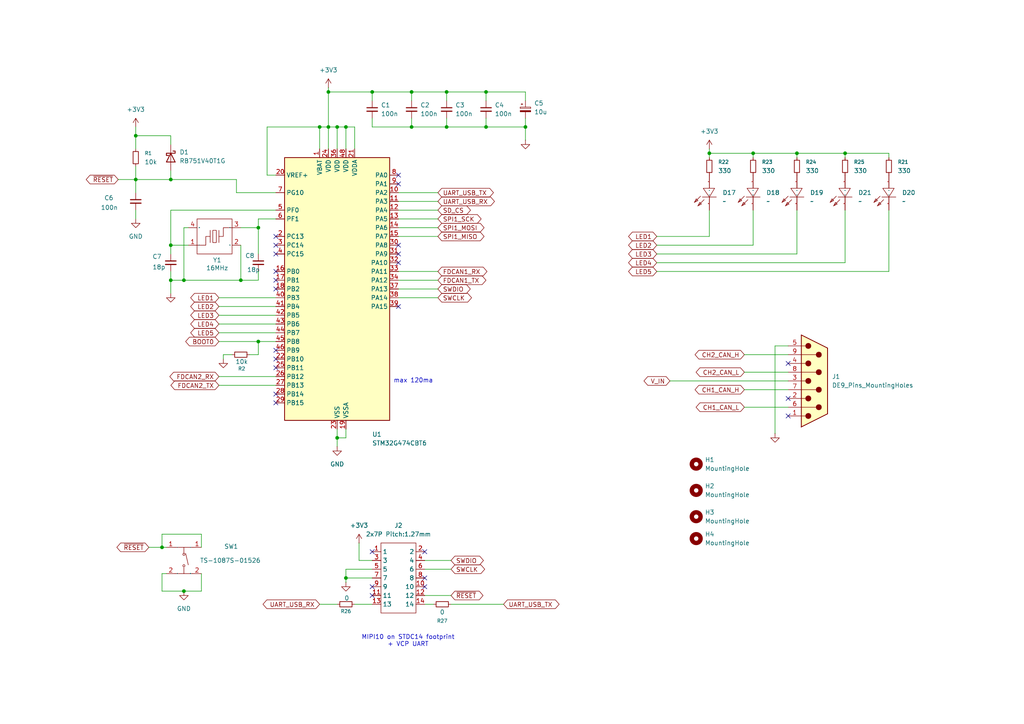
<source format=kicad_sch>
(kicad_sch (version 20250114) (generator "eeschema") (generator_version "9.0")
  (paper "A4")
  (title_block (title "2CH CAN  Logger") (rev "1.0"))
  (lib_symbols
    (symbol "Connector:DE9_Pins" (pin_names (offset 1.016) (hide yes))
      (property "Reference" "J" (at 0 13.97 0))
      (property "Value" "DE9_Pins" (at 0 -14.605 0))
      (symbol "DE9_Pins_0_1"
        (polyline (pts (xy -3.81 10.16) (xy -2.54 10.16)))
        (polyline (pts (xy -3.81 7.62) (xy 0.508 7.62)))
        (polyline (pts (xy -3.81 5.08) (xy -2.54 5.08)))
        (polyline (pts (xy -3.81 2.54) (xy 0.508 2.54)))
        (polyline (pts (xy -3.81 0) (xy -2.54 0)))
        (polyline (pts (xy -3.81 -2.54) (xy 0.508 -2.54)))
        (polyline (pts (xy -3.81 -5.08) (xy -2.54 -5.08)))
        (polyline (pts (xy -3.81 -7.62) (xy 0.508 -7.62)))
        (polyline (pts (xy -3.81 -10.16) (xy -2.54 -10.16)))
        (polyline (pts (xy -3.81 -13.335) (xy -3.81 13.335) (xy 3.81 9.525) (xy 3.81 -9.525) (xy -3.81 -13.335)) (stroke (width 0.254)) (fill (type background)))
        (circle (center -1.778 10.16) (radius 0.762) (fill (type outline)))
        (circle (center -1.778 5.08) (radius 0.762) (fill (type outline)))
        (circle (center -1.778 0) (radius 0.762) (fill (type outline)))
        (circle (center -1.778 -5.08) (radius 0.762) (fill (type outline)))
        (circle (center -1.778 -10.16) (radius 0.762) (fill (type outline)))
        (circle (center 1.27 7.62) (radius 0.762) (fill (type outline)))
        (circle (center 1.27 2.54) (radius 0.762) (fill (type outline)))
        (circle (center 1.27 -2.54) (radius 0.762) (fill (type outline)))
        (circle (center 1.27 -7.62) (radius 0.762) (fill (type outline)))
      )
      (symbol "DE9_Pins_1_1"
        (pin passive line (at -7.62 10.16 0) (length 3.81) (name "5") (number "5"))
        (pin passive line (at -7.62 7.62 0) (length 3.81) (name "9") (number "9"))
        (pin passive line (at -7.62 5.08 0) (length 3.81) (name "4") (number "4"))
        (pin passive line (at -7.62 2.54 0) (length 3.81) (name "8") (number "8"))
        (pin passive line (at -7.62 0 0) (length 3.81) (name "3") (number "3"))
        (pin passive line (at -7.62 -2.54 0) (length 3.81) (name "7") (number "7"))
        (pin passive line (at -7.62 -5.08 0) (length 3.81) (name "2") (number "2"))
        (pin passive line (at -7.62 -7.62 0) (length 3.81) (name "6") (number "6"))
        (pin passive line (at -7.62 -10.16 0) (length 3.81) (name "1") (number "1"))
      )
    )
    (symbol "Device:C_Polarized_Small" (pin_numbers (hide yes)) (pin_names (offset 0.254) (hide yes))
      (property "Reference" "C" (at 0.254 1.778 0))
      (property "Value" "C_Polarized_Small" (at 0.254 -2.032 0))
      (symbol "C_Polarized_Small_0_1"
        (rectangle (start -1.524 0.6858) (end 1.524 0.3048))
        (rectangle (start -1.524 -0.3048) (end 1.524 -0.6858) (fill (type outline)))
        (polyline (pts (xy -1.27 1.524) (xy -0.762 1.524)))
        (polyline (pts (xy -1.016 1.27) (xy -1.016 1.778)))
      )
      (symbol "C_Polarized_Small_1_1"
        (pin passive line (at 0 2.54 270) (length 1.8542) (name "~") (number "1"))
        (pin passive line (at 0 -2.54 90) (length 1.8542) (name "~") (number "2"))
      )
    )
    (symbol "Device:C_Small" (pin_numbers (hide yes)) (pin_names (offset 0.254) (hide yes))
      (property "Reference" "C" (at 0.254 1.778 0))
      (property "Value" "C_Small" (at 0.254 -2.032 0))
      (symbol "C_Small_0_1"
        (polyline (pts (xy -1.524 0.508) (xy 1.524 0.508)) (stroke (width 0.3048)))
        (polyline (pts (xy -1.524 -0.508) (xy 1.524 -0.508)) (stroke (width 0.3302)))
      )
      (symbol "C_Small_1_1"
        (pin passive line (at 0 2.54 270) (length 2.032) (name "~") (number "1"))
        (pin passive line (at 0 -2.54 90) (length 2.032) (name "~") (number "2"))
      )
    )
    (symbol "Device:D_Schottky" (pin_numbers (hide yes)) (pin_names (offset 1.016) (hide yes))
      (property "Reference" "D" (at 0 2.54 0))
      (property "Value" "D_Schottky" (at 0 -2.54 0))
      (symbol "D_Schottky_0_1"
        (polyline (pts (xy -1.905 0.635) (xy -1.905 1.27) (xy -1.27 1.27) (xy -1.27 -1.27) (xy -0.635 -1.27) (xy -0.635 -0.635)) (stroke (width 0.254)))
        (polyline (pts (xy 1.27 1.27) (xy 1.27 -1.27) (xy -1.27 0) (xy 1.27 1.27)) (stroke (width 0.254)))
        (polyline (pts (xy 1.27 0) (xy -1.27 0)))
      )
      (symbol "D_Schottky_1_1"
        (pin passive line (at -3.81 0 0) (length 2.54) (name "K") (number "1"))
        (pin passive line (at 3.81 0 180) (length 2.54) (name "A") (number "2"))
      )
    )
    (symbol "Device:R_Small" (pin_numbers (hide yes)) (pin_names (offset 0.254) (hide yes))
      (property "Reference" "R" (at 0 0 90))
      (property "Value" "R_Small" (at 1.778 0 90))
      (symbol "R_Small_0_1"
        (rectangle (start -0.762 1.778) (end 0.762 -1.778) (stroke (width 0.2032)))
      )
      (symbol "R_Small_1_1"
        (pin passive line (at 0 2.54 270) (length 0.762) (name "~") (number "1"))
        (pin passive line (at 0 -2.54 90) (length 0.762) (name "~") (number "2"))
      )
    )
    (symbol "EasyEDA_Lib:CF4016M00009001"
      (property "Reference" "CRYSTAL" (at 0 0 0))
      (symbol "CF4016M00009001_1_0"
        (rectangle (start -5.08 5.08) (end 5.08 -5.08))
        (polyline (pts (xy -5.08 -2.54) (xy -2.54 -2.54) (xy -2.54 -2.54) (xy -2.54 0) (xy -2.54 0) (xy -1.27 0)))
        (polyline (pts (xy -1.27 -1.778) (xy -1.27 1.778)))
        (rectangle (start -0.508 1.778) (end 0.508 -1.778))
        (polyline (pts (xy 1.27 -1.778) (xy 1.27 1.778)))
        (polyline (pts (xy 5.08 2.54) (xy 2.54 2.54) (xy 2.54 2.54) (xy 2.54 0) (xy 2.54 0) (xy 1.27 0)))
        (pin input line (at -7.62 2.54 0) (length 2.54) (name "GND") (number "4"))
        (pin input line (at -7.62 -2.54 0) (length 2.54) (name "1") (number "1"))
        (pin input line (at 7.62 2.54 180) (length 2.54) (name "3") (number "3"))
        (pin input line (at 7.62 -2.54 180) (length 2.54) (name "GND") (number "2"))
      )
    )
    (symbol "EasyEDA_Lib:HX PZ1.27-2X7P TP"
      (property "Reference" "H" (at 0 0 0))
      (symbol "HX PZ1.27-2X7P TP_1_0"
        (rectangle (start -5.08 10.16) (end 5.08 -10.16))
        (pin unspecified line (at -7.62 7.62 0) (length 2.54) (name "1") (number "1"))
        (pin unspecified line (at -7.62 5.08 0) (length 2.54) (name "3") (number "3"))
        (pin unspecified line (at -7.62 2.54 0) (length 2.54) (name "5") (number "5"))
        (pin unspecified line (at -7.62 0 0) (length 2.54) (name "7") (number "7"))
        (pin unspecified line (at -7.62 -2.54 0) (length 2.54) (name "9") (number "9"))
        (pin unspecified line (at -7.62 -5.08 0) (length 2.54) (name "11") (number "11"))
        (pin unspecified line (at -7.62 -7.62 0) (length 2.54) (name "13") (number "13"))
        (pin unspecified line (at 7.62 7.62 180) (length 2.54) (name "2") (number "2"))
        (pin unspecified line (at 7.62 5.08 180) (length 2.54) (name "4") (number "4"))
        (pin unspecified line (at 7.62 2.54 180) (length 2.54) (name "6") (number "6"))
        (pin unspecified line (at 7.62 0 180) (length 2.54) (name "8") (number "8"))
        (pin unspecified line (at 7.62 -2.54 180) (length 2.54) (name "10") (number "10"))
        (pin unspecified line (at 7.62 -5.08 180) (length 2.54) (name "12") (number "12"))
        (pin unspecified line (at 7.62 -7.62 180) (length 2.54) (name "14") (number "14"))
      )
    )
    (symbol "EasyEDA_Lib:KT-0603R"
      (property "Reference" "LED" (at 0 0 0))
      (symbol "KT-0603R_1_0"
        (polyline (pts (xy -3.81 3.302) (xy -2.794 2.794) (xy -2.794 2.794) (xy -3.302 2.286) (xy -3.302 2.286) (xy -3.81 3.302)))
        (polyline (pts (xy -2.794 4.318) (xy -1.778 3.81) (xy -1.778 3.81) (xy -2.286 3.302) (xy -2.286 3.302) (xy -2.794 4.318)))
        (polyline (pts (xy -2.032 1.524) (xy -3.81 3.302)))
        (polyline (pts (xy -1.27 2.032) (xy -1.27 -2.032)))
        (polyline (pts (xy -1.016 2.54) (xy -2.794 4.318)))
        (polyline (pts (xy 1.27 -1.524) (xy -1.27 0) (xy -1.27 0) (xy 1.27 1.778) (xy 1.27 1.778) (xy 1.27 -1.524)))
        (pin unspecified line (at -5.08 0 0) (length 3.81) (name "K") (number "1"))
        (pin unspecified line (at 5.08 0 180) (length 3.81) (name "A") (number "2"))
      )
    )
    (symbol "EasyEDA_Lib:TS-1087S-01526"
      (property "Reference" "SW" (at 0 0 0))
      (symbol "TS-1087S-01526_1_0"
        (polyline (pts (xy -2.54 2.54) (xy 2.54 2.54)))
        (polyline (pts (xy -2.54 -5.08) (xy 2.54 -5.08)))
        (polyline (pts (xy 0 0.762) (xy 0 2.54)))
        (circle (center 0 0.508) (radius 0.3048))
        (circle (center 0 -2.794) (radius 0.3048))
        (polyline (pts (xy 0 -3.302) (xy 0 -5.08)))
        (polyline (pts (xy 0.508 0.762) (xy 1.27 -2.54)))
        (pin input line (at -5.08 2.54 0) (length 2.54) (name "1") (number "1"))
        (pin input line (at -5.08 -5.08 0) (length 2.54) (name "2") (number "2"))
        (pin input line (at 5.08 2.54 180) (length 2.54) (name "1") (number "1"))
        (pin input line (at 5.08 -5.08 180) (length 2.54) (name "2") (number "2"))
      )
    )
    (symbol "MCU_ST_STM32G4:STM32G474CETx"
      (property "Reference" "U" (at -15.24 39.37 0))
      (property "Value" "STM32G474CETx" (at 7.62 39.37 0))
      (symbol "STM32G474CETx_0_1"
        (rectangle (start -15.24 -38.1) (end 15.24 38.1) (stroke (width 0.254)) (fill (type background)))
      )
      (symbol "STM32G474CETx_1_1"
        (pin input line (at -17.78 33.02 0) (length 2.54) (name "VREF+") (number "20"))
        (pin bidirectional line (at -17.78 27.94 0) (length 2.54) (name "PG10") (number "7"))
        (pin bidirectional line (at -17.78 22.86 0) (length 2.54) (name "PF0") (number "5"))
        (pin bidirectional line (at -17.78 20.32 0) (length 2.54) (name "PF1") (number "6"))
        (pin bidirectional line (at -17.78 15.24 0) (length 2.54) (name "PC13") (number "2"))
        (pin bidirectional line (at -17.78 12.7 0) (length 2.54) (name "PC14") (number "3"))
        (pin bidirectional line (at -17.78 10.16 0) (length 2.54) (name "PC15") (number "4"))
        (pin bidirectional line (at -17.78 5.08 0) (length 2.54) (name "PB0") (number "16"))
        (pin bidirectional line (at -17.78 2.54 0) (length 2.54) (name "PB1") (number "17"))
        (pin bidirectional line (at -17.78 0 0) (length 2.54) (name "PB2") (number "18"))
        (pin bidirectional line (at -17.78 -2.54 0) (length 2.54) (name "PB3") (number "40"))
        (pin bidirectional line (at -17.78 -5.08 0) (length 2.54) (name "PB4") (number "41"))
        (pin bidirectional line (at -17.78 -7.62 0) (length 2.54) (name "PB5") (number "42"))
        (pin bidirectional line (at -17.78 -10.16 0) (length 2.54) (name "PB6") (number "43"))
        (pin bidirectional line (at -17.78 -12.7 0) (length 2.54) (name "PB7") (number "44"))
        (pin bidirectional line (at -17.78 -15.24 0) (length 2.54) (name "PB8") (number "45"))
        (pin bidirectional line (at -17.78 -17.78 0) (length 2.54) (name "PB9") (number "46"))
        (pin bidirectional line (at -17.78 -20.32 0) (length 2.54) (name "PB10") (number "22"))
        (pin bidirectional line (at -17.78 -22.86 0) (length 2.54) (name "PB11") (number "25"))
        (pin bidirectional line (at -17.78 -25.4 0) (length 2.54) (name "PB12") (number "26"))
        (pin bidirectional line (at -17.78 -27.94 0) (length 2.54) (name "PB13") (number "27"))
        (pin bidirectional line (at -17.78 -30.48 0) (length 2.54) (name "PB14") (number "28"))
        (pin bidirectional line (at -17.78 -33.02 0) (length 2.54) (name "PB15") (number "29"))
        (pin power_in line (at -5.08 40.64 270) (length 2.54) (name "VBAT") (number "1"))
        (pin power_in line (at -2.54 40.64 270) (length 2.54) (name "VDD") (number "24"))
        (pin power_in line (at 0 40.64 270) (length 2.54) (name "VDD") (number "36"))
        (pin power_in line (at 0 -40.64 90) (length 2.54) (name "VSS") (number "23"))
        (pin passive line (at 0 -40.64 90) (length 2.54) (hide yes) (name "VSS") (number "35"))
        (pin passive line (at 0 -40.64 90) (length 2.54) (hide yes) (name "VSS") (number "47"))
        (pin power_in line (at 2.54 40.64 270) (length 2.54) (name "VDD") (number "48"))
        (pin power_in line (at 2.54 -40.64 90) (length 2.54) (name "VSSA") (number "19"))
        (pin power_in line (at 5.08 40.64 270) (length 2.54) (name "VDDA") (number "21"))
        (pin bidirectional line (at 17.78 33.02 180) (length 2.54) (name "PA0") (number "8"))
        (pin bidirectional line (at 17.78 30.48 180) (length 2.54) (name "PA1") (number "9"))
        (pin bidirectional line (at 17.78 27.94 180) (length 2.54) (name "PA2") (number "10"))
        (pin bidirectional line (at 17.78 25.4 180) (length 2.54) (name "PA3") (number "11"))
        (pin bidirectional line (at 17.78 22.86 180) (length 2.54) (name "PA4") (number "12"))
        (pin bidirectional line (at 17.78 20.32 180) (length 2.54) (name "PA5") (number "13"))
        (pin bidirectional line (at 17.78 17.78 180) (length 2.54) (name "PA6") (number "14"))
        (pin bidirectional line (at 17.78 15.24 180) (length 2.54) (name "PA7") (number "15"))
        (pin bidirectional line (at 17.78 12.7 180) (length 2.54) (name "PA8") (number "30"))
        (pin bidirectional line (at 17.78 10.16 180) (length 2.54) (name "PA9") (number "31"))
        (pin bidirectional line (at 17.78 7.62 180) (length 2.54) (name "PA10") (number "32"))
        (pin bidirectional line (at 17.78 5.08 180) (length 2.54) (name "PA11") (number "33"))
        (pin bidirectional line (at 17.78 2.54 180) (length 2.54) (name "PA12") (number "34"))
        (pin bidirectional line (at 17.78 0 180) (length 2.54) (name "PA13") (number "37"))
        (pin bidirectional line (at 17.78 -2.54 180) (length 2.54) (name "PA14") (number "38"))
        (pin bidirectional line (at 17.78 -5.08 180) (length 2.54) (name "PA15") (number "39"))
      )
    )
    (symbol "Mechanical:MountingHole" (pin_names (offset 1.016)) (in_bom no)
      (property "Reference" "H" (at 0 5.08 0))
      (property "Value" "MountingHole" (at 0 3.175 0))
      (symbol "MountingHole_0_1"
        (circle (center 0 0) (radius 1.27) (stroke (width 1.27)))
      )
    )
    (symbol "power:+3V3" (power) (pin_numbers (hide yes)) (pin_names (offset 0) (hide yes))
      (property "Value" "+3V3" (at 0 3.556 0))
      (symbol "+3V3_0_1"
        (polyline (pts (xy -0.762 1.27) (xy 0 2.54)))
        (polyline (pts (xy 0 2.54) (xy 0.762 1.27)))
        (polyline (pts (xy 0 0) (xy 0 2.54)))
      )
      (symbol "+3V3_1_1"
        (pin power_in line (at 0 0 90) (length 0) (name "~") (number "1"))
      )
    )
    (symbol "power:GND" (power) (pin_numbers (hide yes)) (pin_names (offset 0) (hide yes))
      (property "Value" "GND" (at 0 -3.81 0))
      (symbol "GND_0_1"
        (polyline (pts (xy 0 0) (xy 0 -1.27) (xy 1.27 -1.27) (xy 0 -2.54) (xy -1.27 -1.27) (xy 0 -1.27)))
      )
      (symbol "GND_1_1"
        (pin power_in line (at 0 0 270) (length 0) (name "~") (number "1"))
      )
    )
  )
  (text "MIPI10 on STDC14 footprint\n+ VCP UART" (at 118.364 185.928 0) (effects (font (size 1.27 1.27))))
  (text "max 120ma" (at 119.888 110.49 0) (effects (font (size 1.27 1.27))))
  (junction (at 39.37 39.37))
  (junction (at 46.99 158.75))
  (junction (at 53.34 171.45))
  (junction (at 245.11 44.45))
  (junction (at 74.93 99.06))
  (junction (at 95.25 26.67))
  (junction (at 231.14 44.45))
  (junction (at 100.33 167.64))
  (junction (at 100.33 36.83))
  (junction (at 69.85 81.28))
  (junction (at 97.79 36.83))
  (junction (at 74.93 66.04))
  (junction (at 205.74 44.45))
  (junction (at 53.34 81.28))
  (junction (at 140.97 36.83))
  (junction (at 129.54 26.67))
  (junction (at 49.53 71.12))
  (junction (at 107.95 26.67))
  (junction (at 119.38 36.83))
  (junction (at 218.44 44.45))
  (junction (at 39.37 52.07))
  (junction (at 152.4 36.83))
  (junction (at 140.97 26.67))
  (junction (at 95.25 36.83))
  (junction (at 119.38 26.67))
  (junction (at 129.54 36.83))
  (junction (at 92.71 36.83))
  (junction (at 97.79 127))
  (junction (at 49.53 81.28))
  (junction (at 49.53 52.07))
  (no_connect (at 228.6 120.65))
  (no_connect (at 228.6 115.57))
  (no_connect (at 80.01 68.58))
  (no_connect (at 123.19 160.02))
  (no_connect (at 80.01 101.6))
  (no_connect (at 115.57 88.9))
  (no_connect (at 80.01 78.74))
  (no_connect (at 80.01 106.68))
  (no_connect (at 107.95 160.02))
  (no_connect (at 228.6 105.41))
  (no_connect (at 80.01 104.14))
  (no_connect (at 107.95 172.72))
  (no_connect (at 123.19 170.18))
  (no_connect (at 80.01 114.3))
  (no_connect (at 115.57 76.2))
  (no_connect (at 115.57 73.66))
  (no_connect (at 80.01 73.66))
  (no_connect (at 80.01 116.84))
  (no_connect (at 107.95 170.18))
  (no_connect (at 115.57 50.8))
  (no_connect (at 115.57 71.12))
  (no_connect (at 80.01 83.82))
  (no_connect (at 80.01 81.28))
  (no_connect (at 123.19 167.64))
  (no_connect (at 80.01 71.12))
  (no_connect (at 115.57 53.34))
  (wire (pts (xy 218.44 71.12) (xy 190.5 71.12)))
  (wire (pts (xy 53.34 66.04) (xy 53.34 81.28)))
  (wire (pts (xy 245.11 44.45) (xy 231.14 44.45)))
  (wire (pts (xy 231.14 73.66) (xy 190.5 73.66)))
  (wire (pts (xy 97.79 124.46) (xy 97.79 127)))
  (wire (pts (xy 68.58 55.88) (xy 80.01 55.88)))
  (wire (pts (xy 215.9 113.03) (xy 228.6 113.03)))
  (wire (pts (xy 100.33 124.46) (xy 100.33 127)))
  (wire (pts (xy 215.9 102.87) (xy 228.6 102.87)))
  (wire (pts (xy 115.57 58.42) (xy 127 58.42)))
  (wire (pts (xy 49.53 60.96) (xy 49.53 71.12)))
  (wire (pts (xy 218.44 44.45) (xy 205.74 44.45)))
  (wire (pts (xy 49.53 71.12) (xy 54.61 71.12)))
  (wire (pts (xy 74.93 99.06) (xy 80.01 99.06)))
  (wire (pts (xy 257.81 45.72) (xy 257.81 44.45)))
  (wire (pts (xy 129.54 34.29) (xy 129.54 36.83)))
  (wire (pts (xy 46.99 166.37) (xy 48.26 166.37)))
  (wire (pts (xy 257.81 60.96) (xy 257.81 78.74)))
  (wire (pts (xy 49.53 41.91) (xy 49.53 39.37)))
  (wire (pts (xy 77.47 50.8) (xy 77.47 36.83)))
  (wire (pts (xy 69.85 66.04) (xy 74.93 66.04)))
  (wire (pts (xy 49.53 49.53) (xy 49.53 52.07)))
  (wire (pts (xy 194.31 110.49) (xy 228.6 110.49)))
  (wire (pts (xy 39.37 39.37) (xy 49.53 39.37)))
  (wire (pts (xy 69.85 81.28) (xy 74.93 81.28)))
  (wire (pts (xy 257.81 44.45) (xy 245.11 44.45)))
  (wire (pts (xy 49.53 81.28) (xy 49.53 85.09)))
  (wire (pts (xy 102.87 36.83) (xy 102.87 43.18)))
  (wire (pts (xy 100.33 165.1) (xy 100.33 167.64)))
  (wire (pts (xy 63.5 111.76) (xy 80.01 111.76)))
  (wire (pts (xy 95.25 26.67) (xy 95.25 36.83)))
  (wire (pts (xy 115.57 83.82) (xy 127 83.82)))
  (wire (pts (xy 152.4 26.67) (xy 140.97 26.67)))
  (wire (pts (xy 53.34 81.28) (xy 69.85 81.28)))
  (wire (pts (xy 129.54 26.67) (xy 129.54 29.21)))
  (wire (pts (xy 74.93 102.87) (xy 72.39 102.87)))
  (wire (pts (xy 107.95 36.83) (xy 119.38 36.83)))
  (wire (pts (xy 215.9 118.11) (xy 228.6 118.11)))
  (wire (pts (xy 97.79 127) (xy 97.79 129.54)))
  (wire (pts (xy 67.31 102.87) (xy 64.77 102.87)))
  (wire (pts (xy 100.33 127) (xy 97.79 127)))
  (wire (pts (xy 49.53 71.12) (xy 49.53 73.66)))
  (wire (pts (xy 231.14 60.96) (xy 231.14 73.66)))
  (wire (pts (xy 39.37 60.96) (xy 39.37 63.5)))
  (wire (pts (xy 95.25 25.4) (xy 95.25 26.67)))
  (wire (pts (xy 115.57 86.36) (xy 127 86.36)))
  (wire (pts (xy 80.01 60.96) (xy 49.53 60.96)))
  (wire (pts (xy 245.11 60.96) (xy 245.11 76.2)))
  (wire (pts (xy 100.33 36.83) (xy 102.87 36.83)))
  (wire (pts (xy 123.19 172.72) (xy 130.81 172.72)))
  (wire (pts (xy 39.37 48.26) (xy 39.37 52.07)))
  (wire (pts (xy 69.85 71.12) (xy 69.85 81.28)))
  (wire (pts (xy 80.01 50.8) (xy 77.47 50.8)))
  (wire (pts (xy 43.18 158.75) (xy 46.99 158.75)))
  (wire (pts (xy 205.74 68.58) (xy 190.5 68.58)))
  (wire (pts (xy 97.79 36.83) (xy 97.79 43.18)))
  (wire (pts (xy 228.6 100.33) (xy 224.79 100.33)))
  (wire (pts (xy 77.47 36.83) (xy 92.71 36.83)))
  (wire (pts (xy 39.37 39.37) (xy 39.37 43.18)))
  (wire (pts (xy 49.53 81.28) (xy 49.53 78.74)))
  (wire (pts (xy 58.42 158.75) (xy 58.42 154.94)))
  (wire (pts (xy 49.53 81.28) (xy 53.34 81.28)))
  (wire (pts (xy 129.54 26.67) (xy 119.38 26.67)))
  (wire (pts (xy 63.5 99.06) (xy 74.93 99.06)))
  (wire (pts (xy 218.44 60.96) (xy 218.44 71.12)))
  (wire (pts (xy 97.79 36.83) (xy 100.33 36.83)))
  (wire (pts (xy 68.58 52.07) (xy 68.58 55.88)))
  (wire (pts (xy 58.42 154.94) (xy 46.99 154.94)))
  (wire (pts (xy 205.74 43.18) (xy 205.74 44.45)))
  (wire (pts (xy 231.14 44.45) (xy 218.44 44.45)))
  (wire (pts (xy 34.29 52.07) (xy 39.37 52.07)))
  (wire (pts (xy 63.5 93.98) (xy 80.01 93.98)))
  (wire (pts (xy 115.57 68.58) (xy 127 68.58)))
  (wire (pts (xy 205.74 44.45) (xy 205.74 45.72)))
  (wire (pts (xy 140.97 26.67) (xy 129.54 26.67)))
  (wire (pts (xy 140.97 36.83) (xy 152.4 36.83)))
  (wire (pts (xy 140.97 34.29) (xy 140.97 36.83)))
  (wire (pts (xy 130.81 175.26) (xy 146.05 175.26)))
  (wire (pts (xy 152.4 36.83) (xy 152.4 40.64)))
  (wire (pts (xy 224.79 100.33) (xy 224.79 125.73)))
  (wire (pts (xy 119.38 34.29) (xy 119.38 36.83)))
  (wire (pts (xy 107.95 26.67) (xy 95.25 26.67)))
  (wire (pts (xy 100.33 167.64) (xy 100.33 168.91)))
  (wire (pts (xy 92.71 175.26) (xy 97.79 175.26)))
  (wire (pts (xy 152.4 34.29) (xy 152.4 36.83)))
  (wire (pts (xy 123.19 175.26) (xy 125.73 175.26)))
  (wire (pts (xy 63.5 109.22) (xy 80.01 109.22)))
  (wire (pts (xy 205.74 60.96) (xy 205.74 68.58)))
  (wire (pts (xy 102.87 175.26) (xy 107.95 175.26)))
  (wire (pts (xy 49.53 52.07) (xy 68.58 52.07)))
  (wire (pts (xy 46.99 154.94) (xy 46.99 158.75)))
  (wire (pts (xy 95.25 36.83) (xy 97.79 36.83)))
  (wire (pts (xy 64.77 102.87) (xy 64.77 104.14)))
  (wire (pts (xy 104.14 157.48) (xy 104.14 162.56)))
  (wire (pts (xy 95.25 36.83) (xy 92.71 36.83)))
  (wire (pts (xy 100.33 167.64) (xy 107.95 167.64)))
  (wire (pts (xy 123.19 165.1) (xy 130.81 165.1)))
  (wire (pts (xy 63.5 86.36) (xy 80.01 86.36)))
  (wire (pts (xy 119.38 36.83) (xy 129.54 36.83)))
  (wire (pts (xy 54.61 66.04) (xy 53.34 66.04)))
  (wire (pts (xy 46.99 158.75) (xy 48.26 158.75)))
  (wire (pts (xy 119.38 26.67) (xy 107.95 26.67)))
  (wire (pts (xy 257.81 78.74) (xy 190.5 78.74)))
  (wire (pts (xy 129.54 36.83) (xy 140.97 36.83)))
  (wire (pts (xy 63.5 88.9) (xy 80.01 88.9)))
  (wire (pts (xy 119.38 26.67) (xy 119.38 29.21)))
  (wire (pts (xy 39.37 36.83) (xy 39.37 39.37)))
  (wire (pts (xy 92.71 36.83) (xy 92.71 43.18)))
  (wire (pts (xy 107.95 34.29) (xy 107.95 36.83)))
  (wire (pts (xy 115.57 55.88) (xy 127 55.88)))
  (wire (pts (xy 152.4 29.21) (xy 152.4 26.67)))
  (wire (pts (xy 46.99 171.45) (xy 46.99 166.37)))
  (wire (pts (xy 74.93 66.04) (xy 74.93 73.66)))
  (wire (pts (xy 63.5 91.44) (xy 80.01 91.44)))
  (wire (pts (xy 95.25 36.83) (xy 95.25 43.18)))
  (wire (pts (xy 58.42 171.45) (xy 53.34 171.45)))
  (wire (pts (xy 245.11 44.45) (xy 245.11 45.72)))
  (wire (pts (xy 63.5 96.52) (xy 80.01 96.52)))
  (wire (pts (xy 115.57 78.74) (xy 127 78.74)))
  (wire (pts (xy 107.95 162.56) (xy 104.14 162.56)))
  (wire (pts (xy 74.93 63.5) (xy 74.93 66.04)))
  (wire (pts (xy 74.93 78.74) (xy 74.93 81.28)))
  (wire (pts (xy 107.95 165.1) (xy 100.33 165.1)))
  (wire (pts (xy 115.57 60.96) (xy 127 60.96)))
  (wire (pts (xy 115.57 81.28) (xy 127 81.28)))
  (wire (pts (xy 231.14 44.45) (xy 231.14 45.72)))
  (wire (pts (xy 80.01 63.5) (xy 74.93 63.5)))
  (wire (pts (xy 74.93 99.06) (xy 74.93 102.87)))
  (wire (pts (xy 39.37 52.07) (xy 49.53 52.07)))
  (wire (pts (xy 245.11 76.2) (xy 190.5 76.2)))
  (wire (pts (xy 58.42 166.37) (xy 58.42 171.45)))
  (wire (pts (xy 53.34 171.45) (xy 46.99 171.45)))
  (wire (pts (xy 215.9 107.95) (xy 228.6 107.95)))
  (wire (pts (xy 39.37 52.07) (xy 39.37 55.88)))
  (wire (pts (xy 115.57 63.5) (xy 127 63.5)))
  (wire (pts (xy 123.19 162.56) (xy 130.81 162.56)))
  (wire (pts (xy 218.44 44.45) (xy 218.44 45.72)))
  (wire (pts (xy 100.33 36.83) (xy 100.33 43.18)))
  (wire (pts (xy 115.57 66.04) (xy 127 66.04)))
  (wire (pts (xy 140.97 26.67) (xy 140.97 29.21)))
  (wire (pts (xy 107.95 26.67) (xy 107.95 29.21)))
  (global_label "CH2_CAN_H" (shape bidirectional) (at 215.9 102.87 180) (property "Intersheetrefs" "${INTERSHEET_REFS}" (effects (hide yes))))
  (global_label "UART_USB_RX" (shape bidirectional) (at 127 58.42 0) (property "Intersheetrefs" "${INTERSHEET_REFS}" (effects (hide yes))))
  (global_label "CH1_CAN_H" (shape bidirectional) (at 215.9 113.03 180) (property "Intersheetrefs" "${INTERSHEET_REFS}" (effects (hide yes))))
  (global_label "FDCAN2_RX" (shape bidirectional) (at 63.5 109.22 180) (property "Intersheetrefs" "${INTERSHEET_REFS}" (effects (hide yes))))
  (global_label "UART_USB_TX" (shape bidirectional) (at 127 55.88 0) (property "Intersheetrefs" "${INTERSHEET_REFS}" (effects (hide yes))))
  (global_label "LED1" (shape bidirectional) (at 63.5 86.36 180) (property "Intersheetrefs" "${INTERSHEET_REFS}" (effects (hide yes))))
  (global_label "~{RESET}" (shape bidirectional) (at 43.18 158.75 180) (property "Intersheetrefs" "${INTERSHEET_REFS}" (effects (hide yes))))
  (global_label "~{RESET}" (shape bidirectional) (at 34.29 52.07 180) (property "Intersheetrefs" "${INTERSHEET_REFS}" (effects (hide yes))))
  (global_label "SWDIO" (shape bidirectional) (at 130.81 162.56 0) (property "Intersheetrefs" "${INTERSHEET_REFS}" (effects (hide yes))))
  (global_label "V_IN" (shape bidirectional) (at 194.31 110.49 180) (property "Intersheetrefs" "${INTERSHEET_REFS}" (effects (hide yes))))
  (global_label "~{RESET}" (shape bidirectional) (at 130.81 172.72 0) (property "Intersheetrefs" "${INTERSHEET_REFS}" (effects (hide yes))))
  (global_label "FDCAN2_TX" (shape bidirectional) (at 63.5 111.76 180) (property "Intersheetrefs" "${INTERSHEET_REFS}" (effects (hide yes))))
  (global_label "SPI1_MISO" (shape bidirectional) (at 127 68.58 0) (property "Intersheetrefs" "${INTERSHEET_REFS}" (effects (hide yes))))
  (global_label "UART_USB_RX" (shape bidirectional) (at 92.71 175.26 180) (property "Intersheetrefs" "${INTERSHEET_REFS}" (effects (hide yes))))
  (global_label "SWCLK" (shape bidirectional) (at 127 86.36 0) (property "Intersheetrefs" "${INTERSHEET_REFS}" (effects (hide yes))))
  (global_label "LED5" (shape bidirectional) (at 190.5 78.74 180) (property "Intersheetrefs" "${INTERSHEET_REFS}" (effects (hide yes))))
  (global_label "FDCAN1_RX" (shape bidirectional) (at 127 78.74 0) (property "Intersheetrefs" "${INTERSHEET_REFS}" (effects (hide yes))))
  (global_label "FDCAN1_TX" (shape bidirectional) (at 127 81.28 0) (property "Intersheetrefs" "${INTERSHEET_REFS}" (effects (hide yes))))
  (global_label "LED3" (shape bidirectional) (at 190.5 73.66 180) (property "Intersheetrefs" "${INTERSHEET_REFS}" (effects (hide yes))))
  (global_label "CH2_CAN_L" (shape bidirectional) (at 215.9 107.95 180) (property "Intersheetrefs" "${INTERSHEET_REFS}" (effects (hide yes))))
  (global_label "SWDIO" (shape bidirectional) (at 127 83.82 0) (property "Intersheetrefs" "${INTERSHEET_REFS}" (effects (hide yes))))
  (global_label "BOOT0" (shape bidirectional) (at 63.5 99.06 180) (property "Intersheetrefs" "${INTERSHEET_REFS}" (effects (hide yes))))
  (global_label "SPI1_MOSI" (shape bidirectional) (at 127 66.04 0) (property "Intersheetrefs" "${INTERSHEET_REFS}" (effects (hide yes))))
  (global_label "LED2" (shape bidirectional) (at 190.5 71.12 180) (property "Intersheetrefs" "${INTERSHEET_REFS}" (effects (hide yes))))
  (global_label "SPI1_SCK" (shape bidirectional) (at 127 63.5 0) (property "Intersheetrefs" "${INTERSHEET_REFS}" (effects (hide yes))))
  (global_label "UART_USB_TX" (shape bidirectional) (at 146.05 175.26 0) (property "Intersheetrefs" "${INTERSHEET_REFS}" (effects (hide yes))))
  (global_label "SD_CS" (shape bidirectional) (at 127 60.96 0) (property "Intersheetrefs" "${INTERSHEET_REFS}" (effects (hide yes))))
  (global_label "LED4" (shape bidirectional) (at 190.5 76.2 180) (property "Intersheetrefs" "${INTERSHEET_REFS}" (effects (hide yes))))
  (global_label "LED3" (shape bidirectional) (at 63.5 91.44 180) (property "Intersheetrefs" "${INTERSHEET_REFS}" (effects (hide yes))))
  (global_label "LED2" (shape bidirectional) (at 63.5 88.9 180) (property "Intersheetrefs" "${INTERSHEET_REFS}" (effects (hide yes))))
  (global_label "LED4" (shape bidirectional) (at 63.5 93.98 180) (property "Intersheetrefs" "${INTERSHEET_REFS}" (effects (hide yes))))
  (global_label "LED5" (shape bidirectional) (at 63.5 96.52 180) (property "Intersheetrefs" "${INTERSHEET_REFS}" (effects (hide yes))))
  (global_label "CH1_CAN_L" (shape bidirectional) (at 215.9 118.11 180) (property "Intersheetrefs" "${INTERSHEET_REFS}" (effects (hide yes))))
  (global_label "LED1" (shape bidirectional) (at 190.5 68.58 180) (property "Intersheetrefs" "${INTERSHEET_REFS}" (effects (hide yes))))
  (global_label "SWCLK" (shape bidirectional) (at 130.81 165.1 0) (property "Intersheetrefs" "${INTERSHEET_REFS}" (effects (hide yes))))
  (symbol (lib_id "power:GND") (at 97.79 129.54 0) (unit 1)
    (property "Reference" "#PWR08" (effects (hide yes)))
    (property "Value" "GND" (at 97.79 134.62 0))
    (property "Description" "Power symbol creates a global label with name \"GND\" , ground" (effects (hide yes)))
  )
  (symbol (lib_id "Device:R_Small") (at 69.85 102.87 90) (unit 1)
    (property "Reference" "R2" (at 70.104 106.934 90) (effects (font (size 1.016 1.016))))
    (property "Value" "10k" (at 70.104 104.902 90))
    (property "Footprint" "EasyEDA_Lib:R0603" (effects (hide yes)))
    (property "Description" "Resistor, small symbol" (effects (hide yes)))
    (property "Supplier" "LCSC" (effects (hide yes)))
    (property "Supplier Part" "C25804" (effects (hide yes)))
  )
  (symbol (lib_id "Device:R_Small") (at 128.27 175.26 90) (unit 1)
    (property "Reference" "R27" (at 128.27 180.086 90) (effects (font (size 1.016 1.016))))
    (property "Value" "0" (at 128.27 177.546 90))
    (property "Footprint" "EasyEDA_Lib:R0603" (effects (hide yes)))
    (property "Datasheet" "https://jlcpcb.com/api/file/downloadByFileSystemAccessId/8578255895094087680" (effects (hide yes)))
    (property "Description" "-55℃~+155℃ 0Ω 100mW 75V Thick Film Resistor ±1% 0603 Chip Resistor - Surface Mount ROHS" (effects (hide yes)))
    (property "Supplier" "LCSC" (effects (hide yes)))
    (property "Supplier Part" "C21189" (effects (hide yes)))
  )
  (symbol (lib_id "power:GND") (at 39.37 63.5 0) (unit 1)
    (property "Reference" "#PWR04" (effects (hide yes)))
    (property "Value" "GND" (at 39.37 68.58 0))
    (property "Description" "Power symbol creates a global label with name \"GND\" , ground" (effects (hide yes)))
  )
  (symbol (lib_id "Device:R_Small") (at 100.33 175.26 90) (unit 1)
    (property "Reference" "R26" (at 100.33 177.292 90) (effects (font (size 1.016 1.016))))
    (property "Value" "0" (at 100.584 173.482 90))
    (property "Footprint" "EasyEDA_Lib:R0603" (effects (hide yes)))
    (property "Datasheet" "https://jlcpcb.com/api/file/downloadByFileSystemAccessId/8578255895094087680" (effects (hide yes)))
    (property "Description" "-55℃~+155℃ 0Ω 100mW 75V Thick Film Resistor ±1% 0603 Chip Resistor - Surface Mount ROHS" (effects (hide yes)))
    (property "Supplier" "LCSC" (effects (hide yes)))
    (property "Supplier Part" "C21189" (effects (hide yes)))
  )
  (symbol (lib_id "EasyEDA_Lib:KT-0603R") (at 218.44 55.88 90) (unit 1)
    (property "Reference" "D18" (at 222.25 55.8799 90) (effects (justify right)))
    (property "Value" "~" (at 222.25 58.4199 90) (effects (justify right)))
    (property "Footprint" "EasyEDA_Lib:LED0603-RD" (effects (hide yes)))
    (property "Datasheet" "https://atta.szlcsc.com/upload/public/pdf/source/20160616/1466072038404.pdf" (effects (hide yes)))
    (property "Description" "Emitted Color:Red Power Dissipation:- Forward Current:- Dominant Wavelength:- Dominant Wavelength:- Peak Wavelength:- Diode Configuration:- Lens Color:- Color Temperature:- Color Temperature:- Viewing Angle:- Mounting Sytle:- Operating Temperature:-40°C~+8" (effects (hide yes)))
    (property "Manufacturer Part" "KT-0603R" (effects (hide yes)))
    (property "Manufacturer" "KENTO" (effects (hide yes)))
    (property "Supplier Part" "C2286" (effects (hide yes)))
    (property "Supplier" "LCSC" (effects (hide yes)))
    (property "LCSC Part Name" "0603 红灯 高亮" (effects (hide yes)))
  )
  (symbol (lib_id "MCU_ST_STM32G4:STM32G474CETx") (at 97.79 83.82 0) (unit 1)
    (property "Reference" "U1" (at 107.95 125.984 0) (effects (justify left)))
    (property "Value" "STM32G474CBT6" (at 107.95 128.524 0) (effects (justify left)))
    (property "Footprint" "EasyEDA_Lib:LQFP-48_L7.0-W7.0-P0.50-LS9.0-BL" (effects (hide yes)))
    (property "Datasheet" "https://www.st.com/resource/en/datasheet/stm32g474ce.pdf" (effects (hide yes)))
    (property "Description" "STMicroelectronics Arm Cortex-M4 MCU, 512KB flash, 128KB RAM, 170 MHz, 1.71-3.6V, 38 GPIO, LQFP48" (effects (hide yes)))
    (property "Manufacturer Part" "STM32G474CBT6" (effects (hide yes)))
    (property "Manufacturer" "ST(意法半导体)" (effects (hide yes)))
    (property "Supplier Part" "C730123" (effects (hide yes)))
    (property "Supplier" "LCSC" (effects (hide yes)))
    (property "LCSC Part Name" "STM32G474CBT6" (effects (hide yes)))
  )
  (symbol (lib_id "Device:R_Small") (at 245.11 48.26 0) (unit 1)
    (property "Reference" "R25" (at 247.65 46.9899 0) (effects (font (size 1.016 1.016)) (justify left)))
    (property "Value" "330" (at 247.65 49.5299 0) (effects (justify left)))
    (property "Footprint" "EasyEDA_Lib:R0603" (effects (hide yes)))
    (property "Datasheet" "https://jlcpcb.com/api/file/downloadByFileSystemAccessId/8579706223213461504" (effects (hide yes)))
    (property "Description" "-55℃~+155℃ 100mW 330Ω 75V Thick Film Resistor ±1% ±100ppm/℃ 0603 Chip Resistor - Surface Mount ROHS" (effects (hide yes)))
    (property "Supplier" "LCSC" (effects (hide yes)))
    (property "Supplier Part" "C23138" (effects (hide yes)))
  )
  (symbol (lib_id "EasyEDA_Lib:HX PZ1.27-2X7P TP") (at 115.57 167.64 0) (unit 1)
    (property "Reference" "J2" (at 115.57 152.4 0))
    (property "Value" "2x7P Pitch:1.27mm" (at 115.57 154.94 0))
    (property "Footprint" "canlogger_custom_lib:HDR-SMD_14P-P1.27_HX-PZ1.27-2X7P-TP" (effects (hide yes)))
    (property "Datasheet" "https://item.szlcsc.com/datasheet/HX%2520PZ1.27-2x7P%2520TP/43143500.html" (effects (hide yes)))
    (property "Description" "Pin Structure:2x7P Pitch:1.27mm Row Spacing:1.27mm Circluar Pins/Square Pins:Pin Header Mounting Type:Surface Mount,Vertical Number of Rows:2 Number of Pins:14P Current Rating:1A Voltage Rating (Max):500V Length of Mating Pin:4mm Insulation Height:1mm Len" (effects (hide yes)))
    (property "Manufacturer Part" "HX PZ1.27-2x7P TP" (effects (hide yes)))
    (property "Manufacturer" "hanxia(韩下)" (effects (hide yes)))
    (property "Supplier Part" "C41376039" (effects (hide yes)))
    (property "Supplier" "LCSC" (effects (hide yes)))
    (property "LCSC Part Name" "2x7P 间距:1.27mm 方针 立贴" (effects (hide yes)))
  )
  (symbol (lib_id "Device:C_Polarized_Small") (at 152.4 31.75 0) (unit 1)
    (property "Reference" "C5" (at 154.94 29.9338 0) (effects (justify left)))
    (property "Value" "10u" (at 154.94 32.4738 0) (effects (justify left)))
    (property "Footprint" "EasyEDA_Lib:C0805" (effects (hide yes)))
    (property "Description" "Polarized capacitor, small symbol" (effects (hide yes)))
    (property "Supplier" "LCSC" (effects (hide yes)))
    (property "Supplier Part" "C15850" (effects (hide yes)))
  )
  (symbol (lib_id "power:GND") (at 64.77 104.14 0) (unit 1)
    (property "Reference" "#PWR06" (effects (hide yes)))
    (property "Value" "GND" (effects (hide yes)))
    (property "Description" "Power symbol creates a global label with name \"GND\" , ground" (effects (hide yes)))
  )
  (symbol (lib_id "power:GND") (at 152.4 40.64 0) (unit 1)
    (property "Reference" "#PWR03" (effects (hide yes)))
    (property "Value" "GND" (effects (hide yes)))
    (property "Description" "Power symbol creates a global label with name \"GND\" , ground" (effects (hide yes)))
  )
  (symbol (lib_id "power:+3V3") (at 95.25 25.4 0) (unit 1)
    (property "Reference" "#PWR01" (effects (hide yes)))
    (property "Value" "+3V3" (at 95.25 20.32 0))
    (property "Description" "Power symbol creates a global label with name \"+3V3\"" (effects (hide yes)))
  )
  (symbol (lib_id "Device:R_Small") (at 231.14 48.26 0) (unit 1)
    (property "Reference" "R24" (at 233.68 46.9899 0) (effects (font (size 1.016 1.016)) (justify left)))
    (property "Value" "330" (at 233.68 49.5299 0) (effects (justify left)))
    (property "Footprint" "EasyEDA_Lib:R0603" (effects (hide yes)))
    (property "Datasheet" "https://jlcpcb.com/api/file/downloadByFileSystemAccessId/8579706223213461504" (effects (hide yes)))
    (property "Description" "-55℃~+155℃ 100mW 330Ω 75V Thick Film Resistor ±1% ±100ppm/℃ 0603 Chip Resistor - Surface Mount ROHS" (effects (hide yes)))
    (property "Supplier" "LCSC" (effects (hide yes)))
    (property "Supplier Part" "C23138" (effects (hide yes)))
  )
  (symbol (lib_id "Device:R_Small") (at 257.81 48.26 0) (unit 1)
    (property "Reference" "R21" (at 260.35 46.9899 0) (effects (font (size 1.016 1.016)) (justify left)))
    (property "Value" "330" (at 260.35 49.5299 0) (effects (justify left)))
    (property "Footprint" "EasyEDA_Lib:R0603" (effects (hide yes)))
    (property "Datasheet" "https://jlcpcb.com/api/file/downloadByFileSystemAccessId/8579706223213461504" (effects (hide yes)))
    (property "Description" "-55℃~+155℃ 100mW 330Ω 75V Thick Film Resistor ±1% ±100ppm/℃ 0603 Chip Resistor - Surface Mount ROHS" (effects (hide yes)))
    (property "Supplier" "LCSC" (effects (hide yes)))
    (property "Supplier Part" "C23138" (effects (hide yes)))
  )
  (symbol (lib_id "Device:R_Small") (at 39.37 45.72 0) (unit 1)
    (property "Reference" "R1" (at 41.91 44.4499 0) (effects (font (size 1.016 1.016)) (justify left)))
    (property "Value" "10k" (at 41.91 46.9899 0) (effects (justify left)))
    (property "Footprint" "EasyEDA_Lib:R0603" (effects (hide yes)))
    (property "Description" "Resistor, small symbol" (effects (hide yes)))
    (property "Supplier" "LCSC" (effects (hide yes)))
    (property "Supplier Part" "C25804" (effects (hide yes)))
  )
  (symbol (lib_id "Device:R_Small") (at 218.44 48.26 0) (unit 1)
    (property "Reference" "R23" (at 220.98 46.9899 0) (effects (font (size 1.016 1.016)) (justify left)))
    (property "Value" "330" (at 220.98 49.5299 0) (effects (justify left)))
    (property "Footprint" "EasyEDA_Lib:R0603" (effects (hide yes)))
    (property "Datasheet" "https://jlcpcb.com/api/file/downloadByFileSystemAccessId/8579706223213461504" (effects (hide yes)))
    (property "Description" "-55℃~+155℃ 100mW 330Ω 75V Thick Film Resistor ±1% ±100ppm/℃ 0603 Chip Resistor - Surface Mount ROHS" (effects (hide yes)))
    (property "Supplier" "LCSC" (effects (hide yes)))
    (property "Supplier Part" "C23138" (effects (hide yes)))
  )
  (symbol (lib_id "power:GND") (at 224.79 125.73 0) (unit 1)
    (property "Reference" "#PWR064" (effects (hide yes)))
    (property "Value" "GND" (effects (hide yes)))
    (property "Description" "Power symbol creates a global label with name \"GND\" , ground" (effects (hide yes)))
  )
  (symbol (lib_id "Mechanical:MountingHole") (at 201.93 149.86 0) (unit 1) (in_bom no)
    (property "Reference" "H3" (at 204.47 148.5899 0) (effects (justify left)))
    (property "Value" "MountingHole" (at 204.47 151.1299 0) (effects (justify left)))
    (property "Footprint" "MountingHole:MountingHole_2.7mm_M2.5_Pad_TopBottom" (effects (hide yes)))
    (property "Description" "Mounting Hole without connection" (effects (hide yes)))
  )
  (symbol (lib_id "Mechanical:MountingHole") (at 201.93 156.21 0) (unit 1) (in_bom no)
    (property "Reference" "H4" (at 204.47 154.9399 0) (effects (justify left)))
    (property "Value" "MountingHole" (at 204.47 157.4799 0) (effects (justify left)))
    (property "Footprint" "MountingHole:MountingHole_2.7mm_M2.5_Pad_TopBottom" (effects (hide yes)))
    (property "Description" "Mounting Hole without connection" (effects (hide yes)))
  )
  (symbol (lib_id "EasyEDA_Lib:KT-0603R") (at 257.81 55.88 90) (unit 1)
    (property "Reference" "D20" (at 261.62 55.8799 90) (effects (justify right)))
    (property "Value" "~" (at 261.62 58.4199 90) (effects (justify right)))
    (property "Footprint" "EasyEDA_Lib:LED0603-RD" (effects (hide yes)))
    (property "Datasheet" "https://atta.szlcsc.com/upload/public/pdf/source/20160616/1466072038404.pdf" (effects (hide yes)))
    (property "Description" "Emitted Color:Red Power Dissipation:- Forward Current:- Dominant Wavelength:- Dominant Wavelength:- Peak Wavelength:- Diode Configuration:- Lens Color:- Color Temperature:- Color Temperature:- Viewing Angle:- Mounting Sytle:- Operating Temperature:-40°C~+8" (effects (hide yes)))
    (property "Manufacturer Part" "KT-0603R" (effects (hide yes)))
    (property "Manufacturer" "KENTO" (effects (hide yes)))
    (property "Supplier Part" "C2286" (effects (hide yes)))
    (property "Supplier" "LCSC" (effects (hide yes)))
    (property "LCSC Part Name" "0603 红灯 高亮" (effects (hide yes)))
  )
  (symbol (lib_id "EasyEDA_Lib:TS-1087S-01526") (at 53.34 161.29 0) (unit 1)
    (property "Reference" "SW1" (at 67.056 158.496 0))
    (property "Value" "TS-1087S-01526" (at 66.802 162.56 0))
    (property "Footprint" "EasyEDA_Lib:SW-SMD_L5.2-W5.2-P3.70-LS6.4" (effects (hide yes)))
    (property "Datasheet" "https://atta.szlcsc.com/upload/public/pdf/source/20191118/C455274_574AF48D0973B20F599903060160141E.pdf" (effects (hide yes)))
    (property "Description" "Circuit:SPST Actuator Style:Round Button Mounting Style:Brick nogging Switch Length:5.2mm Switch Width:5.2mm Switch Height:1.5mm Contact Current:50mA Voltage Rating (DC):12V With Lamp:- Mechanical Life:-" (effects (hide yes)))
    (property "Manufacturer Part" "TS-1087S-01526" (effects (hide yes)))
    (property "Manufacturer" "XUNPU(讯普)" (effects (hide yes)))
    (property "Supplier Part" "C455262" (effects (hide yes)))
    (property "Supplier" "LCSC" (effects (hide yes)))
    (property "LCSC Part Name" "5.2*5.2*1.5mm 立贴 轻触开关" (effects (hide yes)))
  )
  (symbol (lib_id "power:+3V3") (at 205.74 43.18 0) (unit 1)
    (property "Reference" "#PWR07" (effects (hide yes)))
    (property "Value" "+3V3" (at 205.74 38.1 0))
    (property "Description" "Power symbol creates a global label with name \"+3V3\"" (effects (hide yes)))
  )
  (symbol (lib_id "power:GND") (at 49.53 85.09 0) (unit 1)
    (property "Reference" "#PWR05" (effects (hide yes)))
    (property "Value" "GND" (effects (hide yes)))
    (property "Description" "Power symbol creates a global label with name \"GND\" , ground" (effects (hide yes)))
  )
  (symbol (lib_id "Mechanical:MountingHole") (at 201.93 142.24 0) (unit 1) (in_bom no)
    (property "Reference" "H2" (at 204.47 140.9699 0) (effects (justify left)))
    (property "Value" "MountingHole" (at 204.47 143.5099 0) (effects (justify left)))
    (property "Footprint" "MountingHole:MountingHole_2.7mm_M2.5_Pad_TopBottom" (effects (hide yes)))
    (property "Description" "Mounting Hole without connection" (effects (hide yes)))
  )
  (symbol (lib_id "power:GND") (at 100.33 168.91 0) (unit 1)
    (property "Reference" "#PWR010" (effects (hide yes)))
    (property "Value" "GND" (effects (hide yes)))
    (property "Description" "Power symbol creates a global label with name \"GND\" , ground" (effects (hide yes)))
  )
  (symbol (lib_id "Device:C_Small") (at 119.38 31.75 0) (unit 1)
    (property "Reference" "C2" (at 121.92 30.4862 0) (effects (justify left)))
    (property "Value" "100n" (at 121.92 33.0262 0) (effects (justify left)))
    (property "Footprint" "EasyEDA_Lib:C0603" (effects (hide yes)))
    (property "Description" "Unpolarized capacitor, small symbol" (effects (hide yes)))
    (property "Supplier" "LCSC" (effects (hide yes)))
    (property "Supplier Part" "C14663" (effects (hide yes)))
  )
  (symbol (lib_id "power:GND") (at 53.34 171.45 0) (unit 1)
    (property "Reference" "#PWR011" (effects (hide yes)))
    (property "Value" "GND" (at 53.34 176.53 0))
    (property "Description" "Power symbol creates a global label with name \"GND\" , ground" (effects (hide yes)))
  )
  (symbol (lib_id "Device:D_Schottky") (at 49.53 45.72 270) (unit 1)
    (property "Reference" "D1" (at 52.07 44.1324 90) (effects (justify left)))
    (property "Value" "RB751V40T1G" (at 52.07 46.6724 90) (effects (justify left)))
    (property "Footprint" "canlogger_custom_lib:SOD-323_L1.8-W1.3-LS2.5-RD" (effects (hide yes)))
    (property "Description" "Schottky diode" (effects (hide yes)))
    (property "Manufacturer Part" "RB751V40T1G" (effects (hide yes)))
    (property "Manufacturer" "onsemi(安森美)" (effects (hide yes)))
    (property "Supplier Part" "C154819" (effects (hide yes)))
    (property "Supplier" "LCSC" (effects (hide yes)))
    (property "LCSC Part Name" "电压:30V 电流:30mA" (effects (hide yes)))
  )
  (symbol (lib_id "power:+3V3") (at 39.37 36.83 0) (unit 1)
    (property "Reference" "#PWR02" (effects (hide yes)))
    (property "Value" "+3V3" (at 39.37 31.75 0))
    (property "Description" "Power symbol creates a global label with name \"+3V3\"" (effects (hide yes)))
  )
  (symbol (lib_id "EasyEDA_Lib:KT-0603R") (at 205.74 55.88 90) (unit 1)
    (property "Reference" "D17" (at 209.55 55.8799 90) (effects (justify right)))
    (property "Value" "~" (at 209.55 58.4199 90) (effects (justify right)))
    (property "Footprint" "EasyEDA_Lib:LED0603-RD" (effects (hide yes)))
    (property "Datasheet" "https://atta.szlcsc.com/upload/public/pdf/source/20160616/1466072038404.pdf" (effects (hide yes)))
    (property "Description" "Emitted Color:Red Power Dissipation:- Forward Current:- Dominant Wavelength:- Dominant Wavelength:- Peak Wavelength:- Diode Configuration:- Lens Color:- Color Temperature:- Color Temperature:- Viewing Angle:- Mounting Sytle:- Operating Temperature:-40°C~+8" (effects (hide yes)))
    (property "Manufacturer Part" "KT-0603R" (effects (hide yes)))
    (property "Manufacturer" "KENTO" (effects (hide yes)))
    (property "Supplier Part" "C2286" (effects (hide yes)))
    (property "Supplier" "LCSC" (effects (hide yes)))
    (property "LCSC Part Name" "0603 红灯 高亮" (effects (hide yes)))
  )
  (symbol (lib_id "Device:C_Small") (at 107.95 31.75 0) (unit 1)
    (property "Reference" "C1" (at 110.49 30.4862 0) (effects (justify left)))
    (property "Value" "100n" (at 110.49 33.0262 0) (effects (justify left)))
    (property "Footprint" "EasyEDA_Lib:C0603" (effects (hide yes)))
    (property "Description" "Unpolarized capacitor, small symbol" (effects (hide yes)))
    (property "Supplier" "LCSC" (effects (hide yes)))
    (property "Supplier Part" "C14663" (effects (hide yes)))
  )
  (symbol (lib_id "Device:C_Small") (at 39.37 58.42 0) (unit 1)
    (property "Reference" "C6" (at 30.226 57.404 0) (effects (justify left)))
    (property "Value" "100n" (at 29.21 60.198 0) (effects (justify left)))
    (property "Footprint" "EasyEDA_Lib:C0603" (effects (hide yes)))
    (property "Description" "Unpolarized capacitor, small symbol" (effects (hide yes)))
    (property "Supplier" "LCSC" (effects (hide yes)))
    (property "Supplier Part" "C14663" (effects (hide yes)))
  )
  (symbol (lib_id "Device:C_Small") (at 140.97 31.75 0) (unit 1)
    (property "Reference" "C4" (at 143.51 30.4862 0) (effects (justify left)))
    (property "Value" "100n" (at 143.51 33.0262 0) (effects (justify left)))
    (property "Footprint" "EasyEDA_Lib:C0603" (effects (hide yes)))
    (property "Description" "Unpolarized capacitor, small symbol" (effects (hide yes)))
    (property "Supplier" "LCSC" (effects (hide yes)))
    (property "Supplier Part" "C14663" (effects (hide yes)))
  )
  (symbol (lib_id "Device:C_Small") (at 129.54 31.75 0) (unit 1)
    (property "Reference" "C3" (at 132.08 30.4862 0) (effects (justify left)))
    (property "Value" "100n" (at 132.08 33.0262 0) (effects (justify left)))
    (property "Footprint" "EasyEDA_Lib:C0603" (effects (hide yes)))
    (property "Description" "Unpolarized capacitor, small symbol" (effects (hide yes)))
    (property "Supplier" "LCSC" (effects (hide yes)))
    (property "Supplier Part" "C14663" (effects (hide yes)))
  )
  (symbol (lib_id "Device:R_Small") (at 205.74 48.26 0) (unit 1)
    (property "Reference" "R22" (at 208.28 46.9899 0) (effects (font (size 1.016 1.016)) (justify left)))
    (property "Value" "330" (at 208.28 49.5299 0) (effects (justify left)))
    (property "Footprint" "EasyEDA_Lib:R0603" (effects (hide yes)))
    (property "Datasheet" "https://jlcpcb.com/api/file/downloadByFileSystemAccessId/8579706223213461504" (effects (hide yes)))
    (property "Description" "-55℃~+155℃ 100mW 330Ω 75V Thick Film Resistor ±1% ±100ppm/℃ 0603 Chip Resistor - Surface Mount ROHS" (effects (hide yes)))
    (property "Supplier" "LCSC" (effects (hide yes)))
    (property "Supplier Part" "C23138" (effects (hide yes)))
  )
  (symbol (lib_id "EasyEDA_Lib:CF4016M00009001") (at 62.23 68.58 0) (unit 1)
    (property "Reference" "Y1" (at 62.992 75.438 0))
    (property "Value" "16MHz" (at 62.992 77.724 0))
    (property "Footprint" "EasyEDA_Lib:CRYSTAL-SMD_4P-L3.2-W2.5-BL_SIT8008BI" (effects (hide yes)))
    (property "Datasheet" "https://item.szlcsc.com/datasheet/CF4016M00009001/8264359.html" (effects (hide yes)))
    (property "Description" "Type:Crystal Oscillator Frequency:16MHz Normal temperature Frequency Tolerance:±10ppm Normal temperature Frequency Tolerance:±10ppm Load Capacitance:9pF Frequency Stability:±30ppm Frequency Stability:±30ppm Equivalent Series Resistance(ESR):40Ω Operating" (effects (hide yes)))
    (property "Manufacturer Part" "CF4016M00009001" (effects (hide yes)))
    (property "Manufacturer" "HUAXIN(华昕)" (effects (hide yes)))
    (property "Supplier Part" "C7294557" (effects (hide yes)))
    (property "Supplier" "LCSC" (effects (hide yes)))
    (property "LCSC Part Name" "16MHz ±10ppm 9pF" (effects (hide yes)))
  )
  (symbol (lib_id "Device:C_Small") (at 49.53 76.2 0) (unit 1)
    (property "Reference" "C7" (at 44.196 74.422 0) (effects (justify left)))
    (property "Value" "18p" (at 44.196 77.47 0) (effects (justify left)))
    (property "Footprint" "EasyEDA_Lib:C0603" (effects (hide yes)))
    (property "Description" "Unpolarized capacitor, small symbol" (effects (hide yes)))
    (property "Supplier" "LCSC" (effects (hide yes)))
    (property "Supplier Part" "C1647" (effects (hide yes)))
  )
  (symbol (lib_id "power:+3V3") (at 104.14 157.48 0) (unit 1)
    (property "Reference" "#PWR09" (effects (hide yes)))
    (property "Value" "+3V3" (at 104.14 152.4 0))
    (property "Description" "Power symbol creates a global label with name \"+3V3\"" (effects (hide yes)))
  )
  (symbol (lib_id "Device:C_Small") (at 74.93 76.2 0) (unit 1)
    (property "Reference" "C8" (at 71.12 74.168 0) (effects (justify left)))
    (property "Value" "18p" (at 71.628 78.232 0) (effects (justify left)))
    (property "Footprint" "EasyEDA_Lib:C0603" (effects (hide yes)))
    (property "Description" "Unpolarized capacitor, small symbol" (effects (hide yes)))
    (property "Supplier" "LCSC" (effects (hide yes)))
    (property "Supplier Part" "C1647" (effects (hide yes)))
  )
  (symbol (lib_id "Mechanical:MountingHole") (at 201.93 134.62 0) (unit 1) (in_bom no)
    (property "Reference" "H1" (at 204.47 133.3499 0) (effects (justify left)))
    (property "Value" "MountingHole" (at 204.47 135.8899 0) (effects (justify left)))
    (property "Footprint" "MountingHole:MountingHole_2.7mm_M2.5_Pad_TopBottom" (effects (hide yes)))
    (property "Description" "Mounting Hole without connection" (effects (hide yes)))
  )
  (symbol (lib_id "EasyEDA_Lib:KT-0603R") (at 231.14 55.88 90) (unit 1)
    (property "Reference" "D19" (at 234.95 55.8799 90) (effects (justify right)))
    (property "Value" "~" (at 234.95 58.4199 90) (effects (justify right)))
    (property "Footprint" "EasyEDA_Lib:LED0603-RD" (effects (hide yes)))
    (property "Datasheet" "https://atta.szlcsc.com/upload/public/pdf/source/20160616/1466072038404.pdf" (effects (hide yes)))
    (property "Description" "Emitted Color:Red Power Dissipation:- Forward Current:- Dominant Wavelength:- Dominant Wavelength:- Peak Wavelength:- Diode Configuration:- Lens Color:- Color Temperature:- Color Temperature:- Viewing Angle:- Mounting Sytle:- Operating Temperature:-40°C~+8" (effects (hide yes)))
    (property "Manufacturer Part" "KT-0603R" (effects (hide yes)))
    (property "Manufacturer" "KENTO" (effects (hide yes)))
    (property "Supplier Part" "C2286" (effects (hide yes)))
    (property "Supplier" "LCSC" (effects (hide yes)))
    (property "LCSC Part Name" "0603 红灯 高亮" (effects (hide yes)))
  )
  (symbol (lib_id "EasyEDA_Lib:KT-0603R") (at 245.11 55.88 90) (unit 1)
    (property "Reference" "D21" (at 248.92 55.8799 90) (effects (justify right)))
    (property "Value" "~" (at 248.92 58.4199 90) (effects (justify right)))
    (property "Footprint" "EasyEDA_Lib:LED0603-RD" (effects (hide yes)))
    (property "Datasheet" "https://atta.szlcsc.com/upload/public/pdf/source/20160616/1466072038404.pdf" (effects (hide yes)))
    (property "Description" "Emitted Color:Red Power Dissipation:- Forward Current:- Dominant Wavelength:- Dominant Wavelength:- Peak Wavelength:- Diode Configuration:- Lens Color:- Color Temperature:- Color Temperature:- Viewing Angle:- Mounting Sytle:- Operating Temperature:-40°C~+8" (effects (hide yes)))
    (property "Manufacturer Part" "KT-0603R" (effects (hide yes)))
    (property "Manufacturer" "KENTO" (effects (hide yes)))
    (property "Supplier Part" "C2286" (effects (hide yes)))
    (property "Supplier" "LCSC" (effects (hide yes)))
    (property "LCSC Part Name" "0603 红灯 高亮" (effects (hide yes)))
  )
  (symbol (lib_id "Connector:DE9_Pins") (at 236.22 110.49 0) (unit 1)
    (property "Reference" "J1" (at 241.3 109.2199 0) (effects (justify left)))
    (property "Value" "DE9_Pins_MountingHoles" (at 241.3 111.7599 0) (effects (justify left)))
    (property "Footprint" "canlogger_custom_lib:DSUB-9_Pins_EdgeMount_P2.77mm" (effects (hide yes)))
    (property "Description" "9-pin D-SUB connector, pins (male)" (effects (hide yes)))
    (property "Supplier" "LCSC" (effects (hide yes)))
    (property "Supplier Part" "C75752" (effects (hide yes)))
  )
)
</source>
